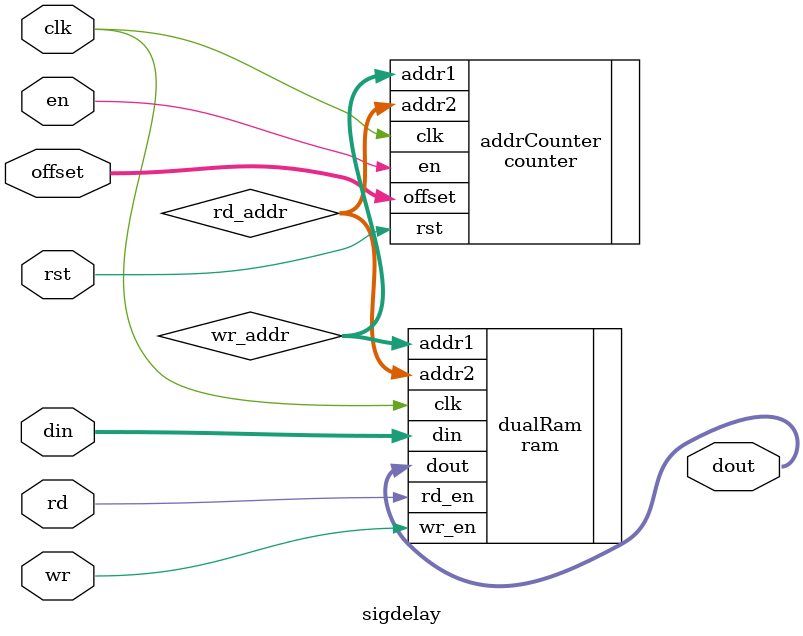
<source format=sv>
module sigdelay #(
    parameter A_WIDTH = 8,
              D_WIDTH = 8
)(
    //interface signals
    input logic clk,
    input logic rst,
    input logic en,
    input logic wr,
    input logic rd,
    input logic [D_WIDTH-1:0] offset,
    input logic [D_WIDTH-1:0] din,
    output logic [D_WIDTH-1:0] dout
);

    logic [A_WIDTH-1:0] wr_addr;
    logic [A_WIDTH-1:0] rd_addr;
    
    
counter addrCounter (
    .clk (clk),
    .rst (rst),
    .en (en),
    .offset (offset),
    .addr1 (wr_addr),
    .addr2 (rd_addr)
);

ram dualRam (
    .clk (clk),
    .wr_en(wr),
    .rd_en(rd),
    .addr1 (wr_addr),
    .addr2 (rd_addr),
    .din (din),
    .dout (dout)
);
endmodule

</source>
